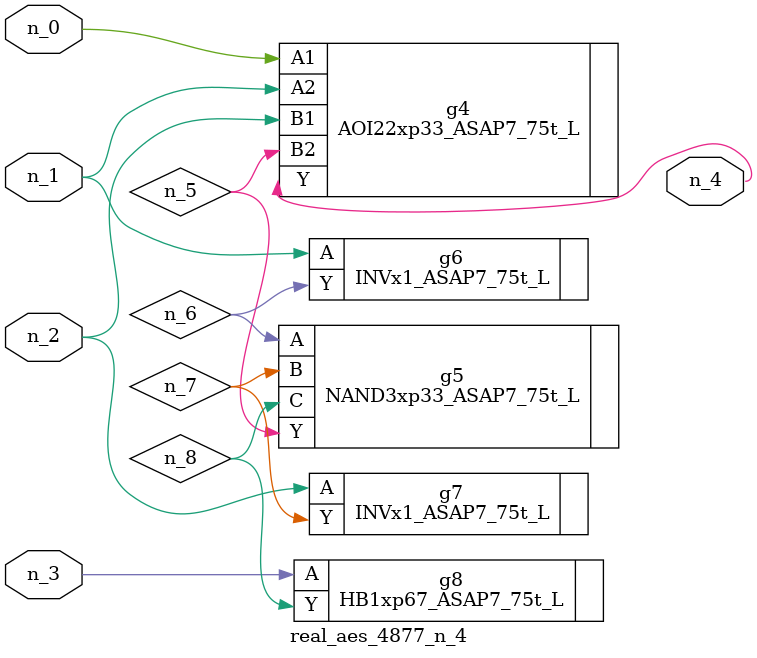
<source format=v>
module real_aes_4877_n_4 (n_0, n_3, n_2, n_1, n_4);
input n_0;
input n_3;
input n_2;
input n_1;
output n_4;
wire n_5;
wire n_7;
wire n_8;
wire n_6;
AOI22xp33_ASAP7_75t_L g4 ( .A1(n_0), .A2(n_1), .B1(n_2), .B2(n_5), .Y(n_4) );
INVx1_ASAP7_75t_L g6 ( .A(n_1), .Y(n_6) );
INVx1_ASAP7_75t_L g7 ( .A(n_2), .Y(n_7) );
HB1xp67_ASAP7_75t_L g8 ( .A(n_3), .Y(n_8) );
NAND3xp33_ASAP7_75t_L g5 ( .A(n_6), .B(n_7), .C(n_8), .Y(n_5) );
endmodule
</source>
